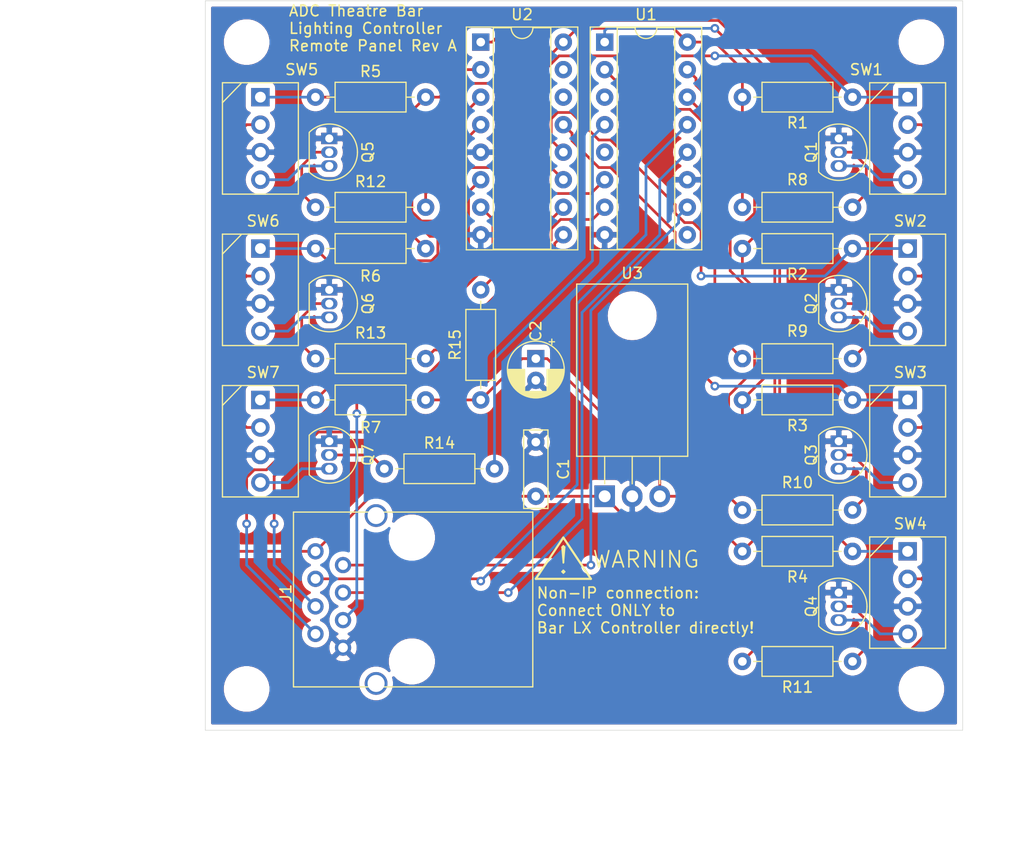
<source format=kicad_pcb>
(kicad_pcb (version 20171130) (host pcbnew "(5.1.4-0-10_14)")
  (layers (0 F.Cu signal) (31 B.Cu signal) (36 B.SilkS user) (37 F.SilkS user) (38 B.Mask user) (39 F.Mask user) (44 Edge.Cuts user))
  (net 0 "")
  (net 1 +12V)
  (net 2 GND)
  (net 3 +3V3)
  (net 4 "Net-(J1-Pad2)")
  (net 5 "Net-(J1-Pad3)")
  (net 6 "Net-(J1-Pad4)")
  (net 7 "Net-(J1-Pad5)")
  (net 8 "Net-(J1-Pad6)")
  (net 9 "Net-(J1-Pad7)")
  (net 10 "Net-(Q1-Pad3)")
  (net 11 /LED_1)
  (net 12 /LED_2)
  (net 13 "Net-(Q2-Pad3)")
  (net 14 /LED_3)
  (net 15 "Net-(Q3-Pad3)")
  (net 16 "Net-(Q4-Pad3)")
  (net 17 /LED_4)
  (net 18 /LED_5)
  (net 19 "Net-(Q5-Pad3)")
  (net 20 "Net-(Q6-Pad3)")
  (net 21 /LED_6)
  (net 22 /LED_7)
  (net 23 "Net-(Q7-Pad3)")
  (net 24 /SW_1)
  (net 25 /SW_2)
  (net 26 /SW_3)
  (net 27 /SW_4)
  (net 28 /SW_5)
  (net 29 /SW_6)
  (net 30 /SW_7)
  (net 31 "Net-(R8-Pad2)")
  (net 32 "Net-(R9-Pad2)")
  (net 33 "Net-(R10-Pad2)")
  (net 34 "Net-(R11-Pad2)")
  (net 35 "Net-(R12-Pad2)")
  (net 36 "Net-(R13-Pad2)")
  (net 37 "Net-(R15-Pad2)")
  (net 38 "Net-(U1-Pad9)")
  (net 39 "Net-(U1-Pad3)")
  (net 40 "Net-(U1-Pad5)")
  (net 41 "Net-(U2-Pad15)")
  (net 42 "Net-(U2-Pad14)")
  (net 43 "Net-(R14-Pad2)")
  (module Connector_RJ:RJ45_RS_Pro_8_way_RJ45 (layer F.Cu) (at 99.06 104.14 90)
    (fp_text reference J1 (at 5.02 -5.27 90) (layer F.SilkS))
    (fp_text value 8P8C)
    (pad 1 thru_hole circle (at 0 0 90) (size 1.5 1.5) (drill 0.89) (layers *.Cu *.Mask) (net 2 GND))
    (pad 2 thru_hole circle (at 1.27 -2.54 90) (size 1.5 1.5) (drill 0.89) (layers *.Cu *.Mask) (net 4 "Net-(J1-Pad2)"))
    (pad 3 thru_hole circle (at 2.54 0 90) (size 1.5 1.5) (drill 0.89) (layers *.Cu *.Mask) (net 5 "Net-(J1-Pad3)"))
    (pad 4 thru_hole circle (at 3.81 -2.54 90) (size 1.5 1.5) (drill 0.89) (layers *.Cu *.Mask) (net 6 "Net-(J1-Pad4)"))
    (pad 5 thru_hole circle (at 5.08 0 90) (size 1.5 1.5) (drill 0.89) (layers *.Cu *.Mask) (net 7 "Net-(J1-Pad5)"))
    (pad 6 thru_hole circle (at 6.35 -2.54 90) (size 1.5 1.5) (drill 0.89) (layers *.Cu *.Mask) (net 8 "Net-(J1-Pad6)"))
    (pad 7 thru_hole circle (at 7.62 0 90) (size 1.5 1.5) (drill 0.89) (layers *.Cu *.Mask) (net 9 "Net-(J1-Pad7)"))
    (pad 8 thru_hole circle (at 8.89 -2.54 90) (size 1.5 1.5) (drill 0.89) (layers *.Cu *.Mask) (net 1 +12V))
    (pad ~ thru_hole circle (at 12.19 3.05 90) (size 2.1 2.1) (drill 1.57) (layers *.Cu *.Mask))
    (pad ~ thru_hole circle (at -3.3 3.05 90) (size 2.1 2.1) (drill 1.57) (layers *.Cu *.Mask))
    (pad "" np_thru_hole circle (at -1.27 6.35 90) (size 3.25 3.25) (drill 3.25) (layers *.Cu *.Mask))
    (pad "" np_thru_hole circle (at 10.16 6.35 90) (size 3.25 3.25) (drill 3.25) (layers *.Cu *.Mask))
  )
  (module MountingHole:MountingHole_3.2mm_M3 (layer F.Cu) (at 90.17 107.95)
    (fp_text reference REF** hide)
    (fp_text value MountingHole_3.2mm_M3)
    (pad 1 np_thru_hole circle (at 0 0) (size 3.2 3.2) (drill 3.2) (layers *.Cu *.Mask))
  )
  (module MountingHole:MountingHole_3.2mm_M3 (layer F.Cu) (at 152.4 48.26)
    (fp_text reference REF** hide)
    (fp_text value MountingHole_3.2mm_M3)
    (pad 1 np_thru_hole circle (at 0 0) (size 3.2 3.2) (drill 3.2) (layers *.Cu *.Mask))
  )
  (module MountingHole:MountingHole_3.2mm_M3 (layer F.Cu) (at 90.17 48.26)
    (fp_text reference REF** hide)
    (fp_text value MountingHole_3.2mm_M3)
    (pad 1 np_thru_hole circle (at 0 0) (size 3.2 3.2) (drill 3.2) (layers *.Cu *.Mask))
  )
  (module MountingHole:MountingHole_3.2mm_M3 (layer F.Cu) (at 152.4 107.95)
    (fp_text reference REF** hide)
    (fp_text value MountingHole_3.2mm_M3)
    (pad 1 np_thru_hole circle (at 0 0) (size 3.2 3.2) (drill 3.2) (layers *.Cu *.Mask))
  )
  (module Connector_PinHeader_2.54mm:Molex_KK254_1x04Vertical (layer F.Cu) (at 151.13 53.34)
    (fp_text reference SW1 (at -3.81 -2.54) (layer F.SilkS))
    (fp_text value SW_Push)
    (pad 4 thru_hole oval (at 0 7.62) (size 1.7 1.7) (drill 1) (layers *.Cu *.Mask) (net 10 "Net-(Q1-Pad3)"))
    (pad 3 thru_hole oval (at 0 5.08) (size 1.7 1.7) (drill 1) (layers *.Cu *.Mask) (net 2 GND))
    (pad 2 thru_hole oval (at 0 2.54) (size 1.7 1.7) (drill 1) (layers *.Cu *.Mask) (net 1 +12V))
    (pad 1 thru_hole rect (at 0 0) (size 1.7 1.7) (drill 1) (layers *.Cu *.Mask) (net 24 /SW_1))
  )
  (module Connector_PinHeader_2.54mm:Molex_KK254_1x04Vertical (layer F.Cu) (at 151.13 67.31)
    (fp_text reference SW2 (at 0.254 -2.54) (layer F.SilkS))
    (fp_text value SW_Push)
    (pad 4 thru_hole oval (at 0 7.62) (size 1.7 1.7) (drill 1) (layers *.Cu *.Mask) (net 13 "Net-(Q2-Pad3)"))
    (pad 3 thru_hole oval (at 0 5.08) (size 1.7 1.7) (drill 1) (layers *.Cu *.Mask) (net 2 GND))
    (pad 2 thru_hole oval (at 0 2.54) (size 1.7 1.7) (drill 1) (layers *.Cu *.Mask) (net 1 +12V))
    (pad 1 thru_hole rect (at 0 0) (size 1.7 1.7) (drill 1) (layers *.Cu *.Mask) (net 25 /SW_2))
  )
  (module Connector_PinHeader_2.54mm:Molex_KK254_1x04Vertical (layer F.Cu) (at 151.13 81.28)
    (fp_text reference SW3 (at 0.254 -2.54) (layer F.SilkS))
    (fp_text value SW_Push)
    (pad 4 thru_hole oval (at 0 7.62) (size 1.7 1.7) (drill 1) (layers *.Cu *.Mask) (net 15 "Net-(Q3-Pad3)"))
    (pad 3 thru_hole oval (at 0 5.08) (size 1.7 1.7) (drill 1) (layers *.Cu *.Mask) (net 2 GND))
    (pad 2 thru_hole oval (at 0 2.54) (size 1.7 1.7) (drill 1) (layers *.Cu *.Mask) (net 1 +12V))
    (pad 1 thru_hole rect (at 0 0) (size 1.7 1.7) (drill 1) (layers *.Cu *.Mask) (net 26 /SW_3))
  )
  (module Connector_PinHeader_2.54mm:Molex_KK254_1x04Vertical (layer F.Cu) (at 151.13 95.25)
    (fp_text reference SW4 (at 0.254 -2.54) (layer F.SilkS))
    (fp_text value SW_Push)
    (pad 4 thru_hole oval (at 0 7.62) (size 1.7 1.7) (drill 1) (layers *.Cu *.Mask) (net 16 "Net-(Q4-Pad3)"))
    (pad 3 thru_hole oval (at 0 5.08) (size 1.7 1.7) (drill 1) (layers *.Cu *.Mask) (net 2 GND))
    (pad 2 thru_hole oval (at 0 2.54) (size 1.7 1.7) (drill 1) (layers *.Cu *.Mask) (net 1 +12V))
    (pad 1 thru_hole rect (at 0 0) (size 1.7 1.7) (drill 1) (layers *.Cu *.Mask) (net 27 /SW_4))
  )
  (module Connector_PinHeader_2.54mm:Molex_KK254_1x04Vertical (layer F.Cu) (at 91.44 53.34)
    (fp_text reference SW5 (at 3.81 -2.54) (layer F.SilkS))
    (fp_text value SW_Push)
    (pad 4 thru_hole oval (at 0 7.62) (size 1.7 1.7) (drill 1) (layers *.Cu *.Mask) (net 19 "Net-(Q5-Pad3)"))
    (pad 3 thru_hole oval (at 0 5.08) (size 1.7 1.7) (drill 1) (layers *.Cu *.Mask) (net 2 GND))
    (pad 2 thru_hole oval (at 0 2.54) (size 1.7 1.7) (drill 1) (layers *.Cu *.Mask) (net 1 +12V))
    (pad 1 thru_hole rect (at 0 0) (size 1.7 1.7) (drill 1) (layers *.Cu *.Mask) (net 28 /SW_5))
  )
  (module Connector_PinHeader_2.54mm:Molex_KK254_1x04Vertical (layer F.Cu) (at 91.44 67.31)
    (fp_text reference SW6 (at 0.254 -2.54) (layer F.SilkS))
    (fp_text value SW_Push)
    (pad 4 thru_hole oval (at 0 7.62) (size 1.7 1.7) (drill 1) (layers *.Cu *.Mask) (net 20 "Net-(Q6-Pad3)"))
    (pad 3 thru_hole oval (at 0 5.08) (size 1.7 1.7) (drill 1) (layers *.Cu *.Mask) (net 2 GND))
    (pad 2 thru_hole oval (at 0 2.54) (size 1.7 1.7) (drill 1) (layers *.Cu *.Mask) (net 1 +12V))
    (pad 1 thru_hole rect (at 0 0) (size 1.7 1.7) (drill 1) (layers *.Cu *.Mask) (net 29 /SW_6))
  )
  (module Connector_PinHeader_2.54mm:Molex_KK254_1x04Vertical (layer F.Cu) (at 91.44 81.28)
    (fp_text reference SW7 (at 0.254 -2.54) (layer F.SilkS))
    (fp_text value SW_Push)
    (pad 4 thru_hole oval (at 0 7.62) (size 1.7 1.7) (drill 1) (layers *.Cu *.Mask) (net 23 "Net-(Q7-Pad3)"))
    (pad 3 thru_hole oval (at 0 5.08) (size 1.7 1.7) (drill 1) (layers *.Cu *.Mask) (net 2 GND))
    (pad 2 thru_hole oval (at 0 2.54) (size 1.7 1.7) (drill 1) (layers *.Cu *.Mask) (net 1 +12V))
    (pad 1 thru_hole rect (at 0 0) (size 1.7 1.7) (drill 1) (layers *.Cu *.Mask) (net 30 /SW_7))
  )
  (module Package_TO_SOT_THT:TO-92_Inline (layer F.Cu) (at 97.79 85.09 270)
    (fp_text reference Q7 (at 1.27 -3.56 90) (layer F.SilkS))
    (fp_text value KSP43BU)
    (pad 2 thru_hole oval (at 1.27 0 270) (size 1.05 1.5) (drill 0.75) (layers *.Cu *.Mask) (net 22 /LED_7))
    (pad 3 thru_hole oval (at 2.54 0 270) (size 1.05 1.5) (drill 0.75) (layers *.Cu *.Mask) (net 23 "Net-(Q7-Pad3)"))
    (pad 1 thru_hole rect (at 0 0 270) (size 1.05 1.5) (drill 0.75) (layers *.Cu *.Mask) (net 2 GND))
  )
  (module Resistor_THT:R_Axial_DIN0207_L6.3mm_D2.5mm_P10.16mm_Horizontal (layer F.Cu) (at 146.05 77.47 180)
    (fp_text reference R9 (at 5.08 2.54) (layer F.SilkS))
    (fp_text value 4.7K)
    (pad 2 thru_hole oval (at 10.16 0 180) (size 1.6 1.6) (drill 0.8) (layers *.Cu *.Mask) (net 32 "Net-(R9-Pad2)"))
    (pad 1 thru_hole circle (at 0 0 180) (size 1.6 1.6) (drill 0.8) (layers *.Cu *.Mask) (net 12 /LED_2))
  )
  (module Capacitor_THT:C_Rect_L7.0mm_W2.0mm_P5.00mm (layer F.Cu) (at 116.84 90.17 90)
    (fp_text reference C1 (at 2.5 2.54 90) (layer F.SilkS))
    (fp_text value 100nF)
    (pad 1 thru_hole circle (at 0 0 90) (size 1.6 1.6) (drill 0.8) (layers *.Cu *.Mask) (net 1 +12V))
    (pad 2 thru_hole circle (at 5 0 90) (size 1.6 1.6) (drill 0.8) (layers *.Cu *.Mask) (net 2 GND))
  )
  (module Capacitor_THT:CP_Radial_D5.0mm_P2.00mm (layer F.Cu) (at 116.84 77.47 270)
    (fp_text reference C2 (at -2.54 0 90) (layer F.SilkS))
    (fp_text value 10uF)
    (pad 1 thru_hole rect (at 0 0 270) (size 1.6 1.6) (drill 0.8) (layers *.Cu *.Mask) (net 3 +3V3))
    (pad 2 thru_hole circle (at 2 0 270) (size 1.6 1.6) (drill 0.8) (layers *.Cu *.Mask) (net 2 GND))
  )
  (module Package_TO_SOT_THT:TO-92_Inline (layer F.Cu) (at 144.78 57.15 270)
    (fp_text reference Q1 (at 1.27 2.54 90) (layer F.SilkS))
    (fp_text value KSP43BU)
    (pad 2 thru_hole oval (at 1.27 0 270) (size 1.05 1.5) (drill 0.75) (layers *.Cu *.Mask) (net 11 /LED_1))
    (pad 3 thru_hole oval (at 2.54 0 270) (size 1.05 1.5) (drill 0.75) (layers *.Cu *.Mask) (net 10 "Net-(Q1-Pad3)"))
    (pad 1 thru_hole rect (at 0 0 270) (size 1.05 1.5) (drill 0.75) (layers *.Cu *.Mask) (net 2 GND))
  )
  (module Package_TO_SOT_THT:TO-92_Inline (layer F.Cu) (at 144.78 71.12 270)
    (fp_text reference Q2 (at 1.27 2.54 90) (layer F.SilkS))
    (fp_text value KSP43BU)
    (pad 1 thru_hole rect (at 0 0 270) (size 1.05 1.5) (drill 0.75) (layers *.Cu *.Mask) (net 2 GND))
    (pad 3 thru_hole oval (at 2.54 0 270) (size 1.05 1.5) (drill 0.75) (layers *.Cu *.Mask) (net 13 "Net-(Q2-Pad3)"))
    (pad 2 thru_hole oval (at 1.27 0 270) (size 1.05 1.5) (drill 0.75) (layers *.Cu *.Mask) (net 12 /LED_2))
  )
  (module Package_TO_SOT_THT:TO-92_Inline (layer F.Cu) (at 144.78 85.09 270)
    (fp_text reference Q3 (at 1.27 2.54 90) (layer F.SilkS))
    (fp_text value KSP43BU)
    (pad 1 thru_hole rect (at 0 0 270) (size 1.05 1.5) (drill 0.75) (layers *.Cu *.Mask) (net 2 GND))
    (pad 3 thru_hole oval (at 2.54 0 270) (size 1.05 1.5) (drill 0.75) (layers *.Cu *.Mask) (net 15 "Net-(Q3-Pad3)"))
    (pad 2 thru_hole oval (at 1.27 0 270) (size 1.05 1.5) (drill 0.75) (layers *.Cu *.Mask) (net 14 /LED_3))
  )
  (module Package_TO_SOT_THT:TO-92_Inline (layer F.Cu) (at 144.78 99.06 270)
    (fp_text reference Q4 (at 1.27 2.54 90) (layer F.SilkS))
    (fp_text value KSP43BU)
    (pad 2 thru_hole oval (at 1.27 0 270) (size 1.05 1.5) (drill 0.75) (layers *.Cu *.Mask) (net 17 /LED_4))
    (pad 3 thru_hole oval (at 2.54 0 270) (size 1.05 1.5) (drill 0.75) (layers *.Cu *.Mask) (net 16 "Net-(Q4-Pad3)"))
    (pad 1 thru_hole rect (at 0 0 270) (size 1.05 1.5) (drill 0.75) (layers *.Cu *.Mask) (net 2 GND))
  )
  (module Package_TO_SOT_THT:TO-92_Inline (layer F.Cu) (at 97.79 57.15 270)
    (fp_text reference Q5 (at 1.27 -3.56 90) (layer F.SilkS))
    (fp_text value KSP43BU)
    (pad 2 thru_hole oval (at 1.27 0 270) (size 1.05 1.5) (drill 0.75) (layers *.Cu *.Mask) (net 18 /LED_5))
    (pad 3 thru_hole oval (at 2.54 0 270) (size 1.05 1.5) (drill 0.75) (layers *.Cu *.Mask) (net 19 "Net-(Q5-Pad3)"))
    (pad 1 thru_hole rect (at 0 0 270) (size 1.05 1.5) (drill 0.75) (layers *.Cu *.Mask) (net 2 GND))
  )
  (module Package_TO_SOT_THT:TO-92_Inline (layer F.Cu) (at 97.79 71.12 270)
    (fp_text reference Q6 (at 1.27 -3.56 90) (layer F.SilkS))
    (fp_text value KSP43BU)
    (pad 1 thru_hole rect (at 0 0 270) (size 1.05 1.5) (drill 0.75) (layers *.Cu *.Mask) (net 2 GND))
    (pad 3 thru_hole oval (at 2.54 0 270) (size 1.05 1.5) (drill 0.75) (layers *.Cu *.Mask) (net 20 "Net-(Q6-Pad3)"))
    (pad 2 thru_hole oval (at 1.27 0 270) (size 1.05 1.5) (drill 0.75) (layers *.Cu *.Mask) (net 21 /LED_6))
  )
  (module Resistor_THT:R_Axial_DIN0207_L6.3mm_D2.5mm_P10.16mm_Horizontal (layer F.Cu) (at 146.05 53.34 180)
    (fp_text reference R1 (at 5.08 -2.37) (layer F.SilkS))
    (fp_text value 4.7K)
    (pad 2 thru_hole oval (at 10.16 0 180) (size 1.6 1.6) (drill 0.8) (layers *.Cu *.Mask) (net 3 +3V3))
    (pad 1 thru_hole circle (at 0 0 180) (size 1.6 1.6) (drill 0.8) (layers *.Cu *.Mask) (net 24 /SW_1))
  )
  (module Resistor_THT:R_Axial_DIN0207_L6.3mm_D2.5mm_P10.16mm_Horizontal (layer F.Cu) (at 146.05 67.31 180)
    (fp_text reference R2 (at 5.08 -2.37) (layer F.SilkS))
    (fp_text value 4.7K)
    (pad 1 thru_hole circle (at 0 0 180) (size 1.6 1.6) (drill 0.8) (layers *.Cu *.Mask) (net 25 /SW_2))
    (pad 2 thru_hole oval (at 10.16 0 180) (size 1.6 1.6) (drill 0.8) (layers *.Cu *.Mask) (net 3 +3V3))
  )
  (module Resistor_THT:R_Axial_DIN0207_L6.3mm_D2.5mm_P10.16mm_Horizontal (layer F.Cu) (at 146.05 81.28 180)
    (fp_text reference R3 (at 5.08 -2.37) (layer F.SilkS))
    (fp_text value 4.7K)
    (pad 1 thru_hole circle (at 0 0 180) (size 1.6 1.6) (drill 0.8) (layers *.Cu *.Mask) (net 26 /SW_3))
    (pad 2 thru_hole oval (at 10.16 0 180) (size 1.6 1.6) (drill 0.8) (layers *.Cu *.Mask) (net 3 +3V3))
  )
  (module Resistor_THT:R_Axial_DIN0207_L6.3mm_D2.5mm_P10.16mm_Horizontal (layer F.Cu) (at 146.05 95.25 180)
    (fp_text reference R4 (at 5.08 -2.37) (layer F.SilkS))
    (fp_text value 4.7K)
    (pad 2 thru_hole oval (at 10.16 0 180) (size 1.6 1.6) (drill 0.8) (layers *.Cu *.Mask) (net 3 +3V3))
    (pad 1 thru_hole circle (at 0 0 180) (size 1.6 1.6) (drill 0.8) (layers *.Cu *.Mask) (net 27 /SW_4))
  )
  (module Resistor_THT:R_Axial_DIN0207_L6.3mm_D2.5mm_P10.16mm_Horizontal (layer F.Cu) (at 96.52 53.34)
    (fp_text reference R5 (at 5.08 -2.37) (layer F.SilkS))
    (fp_text value 4.7K)
    (pad 1 thru_hole circle (at 0 0) (size 1.6 1.6) (drill 0.8) (layers *.Cu *.Mask) (net 28 /SW_5))
    (pad 2 thru_hole oval (at 10.16 0) (size 1.6 1.6) (drill 0.8) (layers *.Cu *.Mask) (net 3 +3V3))
  )
  (module Resistor_THT:R_Axial_DIN0207_L6.3mm_D2.5mm_P10.16mm_Horizontal (layer F.Cu) (at 96.52 67.31)
    (fp_text reference R6 (at 5.08 2.54) (layer F.SilkS))
    (fp_text value 4.7K)
    (pad 2 thru_hole oval (at 10.16 0) (size 1.6 1.6) (drill 0.8) (layers *.Cu *.Mask) (net 3 +3V3))
    (pad 1 thru_hole circle (at 0 0) (size 1.6 1.6) (drill 0.8) (layers *.Cu *.Mask) (net 29 /SW_6))
  )
  (module Resistor_THT:R_Axial_DIN0207_L6.3mm_D2.5mm_P10.16mm_Horizontal (layer F.Cu) (at 96.52 81.28)
    (fp_text reference R7 (at 5.08 2.54) (layer F.SilkS))
    (fp_text value 4.7K)
    (pad 2 thru_hole oval (at 10.16 0) (size 1.6 1.6) (drill 0.8) (layers *.Cu *.Mask) (net 3 +3V3))
    (pad 1 thru_hole circle (at 0 0) (size 1.6 1.6) (drill 0.8) (layers *.Cu *.Mask) (net 30 /SW_7))
  )
  (module Resistor_THT:R_Axial_DIN0207_L6.3mm_D2.5mm_P10.16mm_Horizontal (layer F.Cu) (at 146.05 63.5 180)
    (fp_text reference R8 (at 5.08 2.54) (layer F.SilkS))
    (fp_text value 4.7K)
    (pad 1 thru_hole circle (at 0 0 180) (size 1.6 1.6) (drill 0.8) (layers *.Cu *.Mask) (net 11 /LED_1))
    (pad 2 thru_hole oval (at 10.16 0 180) (size 1.6 1.6) (drill 0.8) (layers *.Cu *.Mask) (net 31 "Net-(R8-Pad2)"))
  )
  (module Resistor_THT:R_Axial_DIN0207_L6.3mm_D2.5mm_P10.16mm_Horizontal (layer F.Cu) (at 146.05 91.44 180)
    (fp_text reference R10 (at 5.08 2.54) (layer F.SilkS))
    (fp_text value 4.7K)
    (pad 1 thru_hole circle (at 0 0 180) (size 1.6 1.6) (drill 0.8) (layers *.Cu *.Mask) (net 14 /LED_3))
    (pad 2 thru_hole oval (at 10.16 0 180) (size 1.6 1.6) (drill 0.8) (layers *.Cu *.Mask) (net 33 "Net-(R10-Pad2)"))
  )
  (module Resistor_THT:R_Axial_DIN0207_L6.3mm_D2.5mm_P10.16mm_Horizontal (layer F.Cu) (at 146.05 105.41 180)
    (fp_text reference R11 (at 5.08 -2.37) (layer F.SilkS))
    (fp_text value 4.7K)
    (pad 2 thru_hole oval (at 10.16 0 180) (size 1.6 1.6) (drill 0.8) (layers *.Cu *.Mask) (net 34 "Net-(R11-Pad2)"))
    (pad 1 thru_hole circle (at 0 0 180) (size 1.6 1.6) (drill 0.8) (layers *.Cu *.Mask) (net 17 /LED_4))
  )
  (module Resistor_THT:R_Axial_DIN0207_L6.3mm_D2.5mm_P10.16mm_Horizontal (layer F.Cu) (at 96.52 63.5)
    (fp_text reference R12 (at 5.08 -2.37) (layer F.SilkS))
    (fp_text value 4.7K)
    (pad 1 thru_hole circle (at 0 0) (size 1.6 1.6) (drill 0.8) (layers *.Cu *.Mask) (net 18 /LED_5))
    (pad 2 thru_hole oval (at 10.16 0) (size 1.6 1.6) (drill 0.8) (layers *.Cu *.Mask) (net 35 "Net-(R12-Pad2)"))
  )
  (module Resistor_THT:R_Axial_DIN0207_L6.3mm_D2.5mm_P10.16mm_Horizontal (layer F.Cu) (at 96.52 77.47)
    (fp_text reference R13 (at 5.08 -2.37) (layer F.SilkS))
    (fp_text value 4.7K)
    (pad 2 thru_hole oval (at 10.16 0) (size 1.6 1.6) (drill 0.8) (layers *.Cu *.Mask) (net 36 "Net-(R13-Pad2)"))
    (pad 1 thru_hole circle (at 0 0) (size 1.6 1.6) (drill 0.8) (layers *.Cu *.Mask) (net 21 /LED_6))
  )
  (module Resistor_THT:R_Axial_DIN0207_L6.3mm_D2.5mm_P10.16mm_Horizontal (layer F.Cu) (at 102.87 87.63)
    (fp_text reference R14 (at 5.08 -2.37) (layer F.SilkS))
    (fp_text value 4.7K)
    (pad 1 thru_hole circle (at 0 0) (size 1.6 1.6) (drill 0.8) (layers *.Cu *.Mask) (net 22 /LED_7))
    (pad 2 thru_hole oval (at 10.16 0) (size 1.6 1.6) (drill 0.8) (layers *.Cu *.Mask) (net 43 "Net-(R14-Pad2)"))
  )
  (module Resistor_THT:R_Axial_DIN0207_L6.3mm_D2.5mm_P10.16mm_Horizontal (layer F.Cu) (at 111.76 81.28 90)
    (fp_text reference R15 (at 5.08 -2.37 90) (layer F.SilkS))
    (fp_text value 4.7K)
    (pad 1 thru_hole circle (at 0 0 90) (size 1.6 1.6) (drill 0.8) (layers *.Cu *.Mask) (net 3 +3V3))
    (pad 2 thru_hole oval (at 10.16 0 90) (size 1.6 1.6) (drill 0.8) (layers *.Cu *.Mask) (net 37 "Net-(R15-Pad2)"))
  )
  (module Package_DIP:DIP-16_W7.62mm_Socket (layer F.Cu) (at 123.19 48.26)
    (fp_text reference U1 (at 3.81 -2.54) (layer F.SilkS))
    (fp_text value CD4028BEE4)
    (pad 1 thru_hole rect (at 0 0) (size 1.6 1.6) (drill 0.8) (layers *.Cu *.Mask) (net 34 "Net-(R11-Pad2)"))
    (pad 9 thru_hole oval (at 7.62 17.78) (size 1.6 1.6) (drill 0.8) (layers *.Cu *.Mask) (net 38 "Net-(U1-Pad9)"))
    (pad 2 thru_hole oval (at 0 2.54) (size 1.6 1.6) (drill 0.8) (layers *.Cu *.Mask) (net 32 "Net-(R9-Pad2)"))
    (pad 10 thru_hole oval (at 7.62 15.24) (size 1.6 1.6) (drill 0.8) (layers *.Cu *.Mask) (net 9 "Net-(J1-Pad7)"))
    (pad 3 thru_hole oval (at 0 5.08) (size 1.6 1.6) (drill 0.8) (layers *.Cu *.Mask) (net 39 "Net-(U1-Pad3)"))
    (pad 11 thru_hole oval (at 7.62 12.7) (size 1.6 1.6) (drill 0.8) (layers *.Cu *.Mask) (net 2 GND))
    (pad 4 thru_hole oval (at 0 7.62) (size 1.6 1.6) (drill 0.8) (layers *.Cu *.Mask) (net 43 "Net-(R14-Pad2)"))
    (pad 12 thru_hole oval (at 7.62 10.16) (size 1.6 1.6) (drill 0.8) (layers *.Cu *.Mask) (net 7 "Net-(J1-Pad5)"))
    (pad 5 thru_hole oval (at 0 10.16) (size 1.6 1.6) (drill 0.8) (layers *.Cu *.Mask) (net 40 "Net-(U1-Pad5)"))
    (pad 13 thru_hole oval (at 7.62 7.62) (size 1.6 1.6) (drill 0.8) (layers *.Cu *.Mask) (net 8 "Net-(J1-Pad6)"))
    (pad 6 thru_hole oval (at 0 12.7) (size 1.6 1.6) (drill 0.8) (layers *.Cu *.Mask) (net 35 "Net-(R12-Pad2)"))
    (pad 14 thru_hole oval (at 7.62 5.08) (size 1.6 1.6) (drill 0.8) (layers *.Cu *.Mask) (net 31 "Net-(R8-Pad2)"))
    (pad 7 thru_hole oval (at 0 15.24) (size 1.6 1.6) (drill 0.8) (layers *.Cu *.Mask) (net 36 "Net-(R13-Pad2)"))
    (pad 15 thru_hole oval (at 7.62 2.54) (size 1.6 1.6) (drill 0.8) (layers *.Cu *.Mask) (net 33 "Net-(R10-Pad2)"))
    (pad 8 thru_hole oval (at 0 17.78) (size 1.6 1.6) (drill 0.8) (layers *.Cu *.Mask) (net 2 GND))
    (pad 16 thru_hole oval (at 7.62 0) (size 1.6 1.6) (drill 0.8) (layers *.Cu *.Mask) (net 3 +3V3))
  )
  (module Package_DIP:DIP-16_W7.62mm_Socket (layer F.Cu) (at 111.76 48.26)
    (fp_text reference U2 (at 3.81 -2.54) (layer F.SilkS))
    (fp_text value SN74HC148)
    (pad 16 thru_hole oval (at 7.62 0) (size 1.6 1.6) (drill 0.8) (layers *.Cu *.Mask) (net 3 +3V3))
    (pad 8 thru_hole oval (at 0 17.78) (size 1.6 1.6) (drill 0.8) (layers *.Cu *.Mask) (net 2 GND))
    (pad 15 thru_hole oval (at 7.62 2.54) (size 1.6 1.6) (drill 0.8) (layers *.Cu *.Mask) (net 41 "Net-(U2-Pad15)"))
    (pad 7 thru_hole oval (at 0 15.24) (size 1.6 1.6) (drill 0.8) (layers *.Cu *.Mask) (net 5 "Net-(J1-Pad3)"))
    (pad 14 thru_hole oval (at 7.62 5.08) (size 1.6 1.6) (drill 0.8) (layers *.Cu *.Mask) (net 42 "Net-(U2-Pad14)"))
    (pad 6 thru_hole oval (at 0 12.7) (size 1.6 1.6) (drill 0.8) (layers *.Cu *.Mask) (net 4 "Net-(J1-Pad2)"))
    (pad 13 thru_hole oval (at 7.62 7.62) (size 1.6 1.6) (drill 0.8) (layers *.Cu *.Mask) (net 26 /SW_3))
    (pad 5 thru_hole oval (at 0 10.16) (size 1.6 1.6) (drill 0.8) (layers *.Cu *.Mask) (net 2 GND))
    (pad 12 thru_hole oval (at 7.62 10.16) (size 1.6 1.6) (drill 0.8) (layers *.Cu *.Mask) (net 25 /SW_2))
    (pad 4 thru_hole oval (at 0 7.62) (size 1.6 1.6) (drill 0.8) (layers *.Cu *.Mask) (net 30 /SW_7))
    (pad 11 thru_hole oval (at 7.62 12.7) (size 1.6 1.6) (drill 0.8) (layers *.Cu *.Mask) (net 24 /SW_1))
    (pad 3 thru_hole oval (at 0 5.08) (size 1.6 1.6) (drill 0.8) (layers *.Cu *.Mask) (net 29 /SW_6))
    (pad 10 thru_hole oval (at 7.62 15.24) (size 1.6 1.6) (drill 0.8) (layers *.Cu *.Mask) (net 37 "Net-(R15-Pad2)"))
    (pad 2 thru_hole oval (at 0 2.54) (size 1.6 1.6) (drill 0.8) (layers *.Cu *.Mask) (net 28 /SW_5))
    (pad 9 thru_hole oval (at 7.62 17.78) (size 1.6 1.6) (drill 0.8) (layers *.Cu *.Mask) (net 6 "Net-(J1-Pad4)"))
    (pad 1 thru_hole rect (at 0 0) (size 1.6 1.6) (drill 0.8) (layers *.Cu *.Mask) (net 27 /SW_4))
  )
  (module Package_TO_SOT_THT:TO-220-3_Horizontal_TabDown (layer F.Cu) (at 123.19 90.17)
    (fp_text reference U3 (at 2.54 -20.58) (layer F.SilkS))
    (fp_text value LF33_TO220)
    (pad "" np_thru_hole oval (at 2.54 -16.66) (size 3.5 3.5) (drill 3.5) (layers *.Cu *.Mask))
    (pad 1 thru_hole rect (at 0 0) (size 1.905 2) (drill 1.1) (layers *.Cu *.Mask) (net 1 +12V))
    (pad 2 thru_hole oval (at 2.54 0) (size 1.905 2) (drill 1.1) (layers *.Cu *.Mask) (net 2 GND))
    (pad 3 thru_hole oval (at 5.08 0) (size 1.905 2) (drill 1.1) (layers *.Cu *.Mask) (net 3 +3V3))
  )
  (gr_line (start 121.92 97.79) (end 116.84 97.79) (layer F.SilkS) (width 0.2))
  (gr_line (start 119.38 93.98) (end 121.92 97.79) (layer F.SilkS) (width 0.2))
  (gr_line (start 116.84 97.79) (end 119.38 93.98) (layer F.SilkS) (width 0.2))
  (gr_text WARNING (at 127 96) (layer F.SilkS) (effects (font (size 1.5 1.5))))
  (gr_text ! (at 119.38 96.1) (layer F.SilkS) (effects (font (size 2.5 2.5))))
  (gr_text "ADC Theatre Bar \nLighting Controller\nRemote Panel Rev A" (at 93.98 46.99) (layer F.SilkS) (effects (font (size 1 1)) (justify left)))
  (gr_text "Non-IP connection:\nConnect ONLY to \nBar LX Controller directly!\n" (at 116.84 100.7) (layer F.SilkS) (effects (font (size 1 1)) (justify left)))
  (gr_line (start 86.36 111.76) (end 86.36 44.45) (layer Edge.Cuts) (width 0.05))
  (gr_line (start 156.21 111.76) (end 86.36 111.76) (layer Edge.Cuts) (width 0.05))
  (gr_line (start 156.21 44.45) (end 156.21 111.76) (layer Edge.Cuts) (width 0.05))
  (gr_line (start 86.36 44.45) (end 156.21 44.45) (layer Edge.Cuts) (width 0.05))
  (segment (start 152.4 69.85) (end 151.13 69.85) (width 0.25) (layer F.Cu) (net 1))
  (segment (start 153.67 57.15) (end 153.67 68.58) (width 0.25) (layer F.Cu) (net 1))
  (segment (start 152.4 55.88) (end 153.67 57.15) (width 0.25) (layer F.Cu) (net 1))
  (segment (start 153.67 68.58) (end 152.4 69.85) (width 0.25) (layer F.Cu) (net 1))
  (segment (start 151.13 55.88) (end 152.4 55.88) (width 0.25) (layer F.Cu) (net 1))
  (segment (start 152.4 69.85) (end 153.67 71.12) (width 0.25) (layer F.Cu) (net 1))
  (segment (start 153.67 71.12) (end 153.67 82.55) (width 0.25) (layer F.Cu) (net 1))
  (segment (start 153.67 82.55) (end 152.4 83.82) (width 0.25) (layer F.Cu) (net 1))
  (segment (start 152.4 83.82) (end 151.13 83.82) (width 0.25) (layer F.Cu) (net 1))
  (segment (start 152.4 83.82) (end 153.67 85.09) (width 0.25) (layer F.Cu) (net 1))
  (segment (start 153.67 85.09) (end 153.67 96.52) (width 0.25) (layer F.Cu) (net 1))
  (segment (start 153.67 96.52) (end 152.4 97.79) (width 0.25) (layer F.Cu) (net 1))
  (segment (start 152.4 97.79) (end 151.13 97.79) (width 0.25) (layer F.Cu) (net 1))
  (segment (start 91.44 83.82) (end 90.17 83.82) (width 0.25) (layer F.Cu) (net 1))
  (segment (start 90.17 83.82) (end 88.9 82.55) (width 0.25) (layer F.Cu) (net 1))
  (segment (start 88.9 82.55) (end 88.9 71.12) (width 0.25) (layer F.Cu) (net 1))
  (segment (start 88.9 71.12) (end 90.17 69.85) (width 0.25) (layer F.Cu) (net 1))
  (segment (start 91.44 69.85) (end 90.17 69.85) (width 0.25) (layer F.Cu) (net 1))
  (segment (start 90.17 69.85) (end 88.9 68.58) (width 0.25) (layer F.Cu) (net 1))
  (segment (start 88.9 68.58) (end 88.9 57.15) (width 0.25) (layer F.Cu) (net 1))
  (segment (start 88.9 57.15) (end 90.17 55.88) (width 0.25) (layer F.Cu) (net 1))
  (segment (start 90.17 55.88) (end 91.44 55.88) (width 0.25) (layer F.Cu) (net 1))
  (segment (start 90.17 95.25) (end 88.9 95.25) (width 0.25) (layer F.Cu) (net 1))
  (segment (start 88.9 82.55) (end 88.9 95.25) (width 0.25) (layer F.Cu) (net 1))
  (segment (start 123.19 90.17) (end 116.84 90.17) (width 0.25) (layer F.Cu) (net 1))
  (segment (start 152.4 97.79) (end 153.67 99.06) (width 0.25) (layer F.Cu) (net 1))
  (segment (start 134.62 109.22) (end 133.35 107.95) (width 0.25) (layer F.Cu) (net 1))
  (segment (start 133.35 107.95) (end 133.35 96.52) (width 0.25) (layer F.Cu) (net 1))
  (segment (start 133.35 96.52) (end 129.54 92.71) (width 0.25) (layer F.Cu) (net 1))
  (segment (start 123.19 90.2175) (end 123.19 90.17) (width 0.25) (layer F.Cu) (net 1))
  (segment (start 125.6825 92.71) (end 123.19 90.2175) (width 0.25) (layer F.Cu) (net 1))
  (segment (start 129.54 92.71) (end 125.6825 92.71) (width 0.25) (layer F.Cu) (net 1))
  (segment (start 153.67 102.069002) (end 146.519002 109.22) (width 0.25) (layer F.Cu) (net 1))
  (segment (start 153.67 99.06) (end 153.67 102.069002) (width 0.25) (layer F.Cu) (net 1))
  (segment (start 146.519002 109.22) (end 134.62 109.22) (width 0.25) (layer F.Cu) (net 1))
  (segment (start 101.6 90.17) (end 96.52 95.25) (width 0.25) (layer F.Cu) (net 1))
  (segment (start 116.84 90.17) (end 101.6 90.17) (width 0.25) (layer F.Cu) (net 1))
  (segment (start 90.17 95.25) (end 96.52 95.25) (width 0.25) (layer F.Cu) (net 1))
  (segment (start 130.81 90.17) (end 135.89 95.25) (width 0.25) (layer F.Cu) (net 3))
  (segment (start 128.27 90.17) (end 130.81 90.17) (width 0.25) (layer F.Cu) (net 3))
  (segment (start 135.89 95.25) (end 138.43 92.71) (width 0.25) (layer F.Cu) (net 3))
  (segment (start 138.43 92.71) (end 138.43 86.36) (width 0.25) (layer F.Cu) (net 3))
  (segment (start 138.43 86.36) (end 135.89 83.82) (width 0.25) (layer F.Cu) (net 3))
  (segment (start 135.89 83.82) (end 135.89 81.28) (width 0.25) (layer F.Cu) (net 3))
  (segment (start 135.89 81.28) (end 138.43 78.74) (width 0.25) (layer F.Cu) (net 3))
  (segment (start 135.89 67.31) (end 135.89 69.85) (width 0.25) (layer F.Cu) (net 3))
  (segment (start 135.89 69.85) (end 138.43 72.39) (width 0.25) (layer F.Cu) (net 3))
  (segment (start 138.43 72.39) (end 138.43 78.74) (width 0.25) (layer F.Cu) (net 3))
  (segment (start 128.27 88.92) (end 128.27 90.17) (width 0.25) (layer F.Cu) (net 3))
  (segment (start 128.27 87.85) (end 128.27 88.92) (width 0.25) (layer F.Cu) (net 3))
  (segment (start 117.89 77.47) (end 128.27 87.85) (width 0.25) (layer F.Cu) (net 3))
  (segment (start 116.84 77.47) (end 117.89 77.47) (width 0.25) (layer F.Cu) (net 3))
  (segment (start 115.57 77.47) (end 111.76 81.28) (width 0.25) (layer F.Cu) (net 3))
  (segment (start 116.84 77.47) (end 115.57 77.47) (width 0.25) (layer F.Cu) (net 3))
  (segment (start 106.68 81.28) (end 111.76 81.28) (width 0.25) (layer F.Cu) (net 3))
  (segment (start 135.89 53.34) (end 135.89 55.88) (width 0.25) (layer F.Cu) (net 3))
  (segment (start 135.89 55.88) (end 138.43 58.42) (width 0.25) (layer F.Cu) (net 3))
  (segment (start 138.43 58.42) (end 138.43 64.77) (width 0.25) (layer F.Cu) (net 3))
  (segment (start 138.43 64.77) (end 135.89 67.31) (width 0.25) (layer F.Cu) (net 3))
  (segment (start 130.81 48.26) (end 133.35 48.26) (width 0.25) (layer F.Cu) (net 3))
  (segment (start 135.89 50.8) (end 135.89 53.34) (width 0.25) (layer F.Cu) (net 3))
  (segment (start 133.35 48.26) (end 135.89 50.8) (width 0.25) (layer F.Cu) (net 3))
  (segment (start 106.68 53.34) (end 107.95 53.34) (width 0.25) (layer F.Cu) (net 3))
  (segment (start 107.95 53.34) (end 109.22 52.07) (width 0.25) (layer F.Cu) (net 3))
  (segment (start 115.57 52.07) (end 119.38 48.26) (width 0.25) (layer F.Cu) (net 3))
  (segment (start 109.22 52.07) (end 115.57 52.07) (width 0.25) (layer F.Cu) (net 3))
  (segment (start 129.54 46.99) (end 130.81 48.26) (width 0.25) (layer F.Cu) (net 3))
  (segment (start 120.65 46.99) (end 129.54 46.99) (width 0.25) (layer F.Cu) (net 3))
  (segment (start 119.38 48.26) (end 120.65 46.99) (width 0.25) (layer F.Cu) (net 3))
  (segment (start 106.68 67.31) (end 104.14 64.77) (width 0.25) (layer F.Cu) (net 3))
  (segment (start 104.14 55.88) (end 106.68 53.34) (width 0.25) (layer F.Cu) (net 3))
  (segment (start 104.14 64.77) (end 104.14 55.88) (width 0.25) (layer F.Cu) (net 3))
  (via (at 90.17 92.71) (size 0.8) (drill 0.4) (layers F.Cu B.Cu) (net 4))
  (segment (start 92.004001 87.724999) (end 90.875999 87.724999) (width 0.25) (layer F.Cu) (net 4))
  (segment (start 111.76 60.96) (end 110.634999 62.085001) (width 0.25) (layer F.Cu) (net 4))
  (segment (start 90.875999 87.724999) (end 90.17 88.430998) (width 0.25) (layer F.Cu) (net 4))
  (segment (start 90.17 88.430998) (end 90.17 92.71) (width 0.25) (layer F.Cu) (net 4))
  (segment (start 110.634999 69.094001) (end 92.004001 87.724999) (width 0.25) (layer F.Cu) (net 4))
  (segment (start 110.634999 62.085001) (end 110.634999 69.094001) (width 0.25) (layer F.Cu) (net 4))
  (segment (start 90.17 96.52) (end 96.52 102.87) (width 0.25) (layer B.Cu) (net 4))
  (segment (start 90.17 92.71) (end 90.17 96.52) (width 0.25) (layer B.Cu) (net 4))
  (segment (start 112.885001 68.329997) (end 100.33 80.884998) (width 0.25) (layer F.Cu) (net 5))
  (via (at 100.33 82.55) (size 0.8) (drill 0.4) (layers F.Cu B.Cu) (net 5))
  (segment (start 100.33 80.884998) (end 100.33 82.55) (width 0.25) (layer F.Cu) (net 5))
  (segment (start 112.885001 64.625001) (end 112.885001 68.329997) (width 0.25) (layer F.Cu) (net 5))
  (segment (start 111.76 63.5) (end 112.885001 64.625001) (width 0.25) (layer F.Cu) (net 5))
  (segment (start 100.33 100.33) (end 99.06 101.6) (width 0.25) (layer B.Cu) (net 5))
  (segment (start 100.33 82.55) (end 100.33 100.33) (width 0.25) (layer B.Cu) (net 5))
  (via (at 92.71 92.71) (size 0.8) (drill 0.4) (layers F.Cu B.Cu) (net 6))
  (segment (start 118.580001 66.839999) (end 118.580001 67.235001) (width 0.25) (layer F.Cu) (net 6))
  (segment (start 96.779999 84.239999) (end 92.71 88.309998) (width 0.25) (layer F.Cu) (net 6))
  (segment (start 92.71 88.309998) (end 92.71 92.71) (width 0.25) (layer F.Cu) (net 6))
  (segment (start 118.580001 67.235001) (end 101.575003 84.239999) (width 0.25) (layer F.Cu) (net 6))
  (segment (start 101.575003 84.239999) (end 96.779999 84.239999) (width 0.25) (layer F.Cu) (net 6))
  (segment (start 119.38 66.04) (end 118.580001 66.839999) (width 0.25) (layer F.Cu) (net 6))
  (segment (start 92.71 96.52) (end 96.52 100.33) (width 0.25) (layer B.Cu) (net 6))
  (segment (start 92.71 92.71) (end 92.71 96.52) (width 0.25) (layer B.Cu) (net 6))
  (segment (start 121.10001 92.25999) (end 114.3 99.06) (width 0.25) (layer B.Cu) (net 7))
  (segment (start 121.10001 73.20999) (end 121.10001 92.25999) (width 0.25) (layer B.Cu) (net 7))
  (via (at 114.3 99.06) (size 0.8) (drill 0.4) (layers F.Cu B.Cu) (net 7))
  (segment (start 128.27 66.04) (end 121.10001 73.20999) (width 0.25) (layer B.Cu) (net 7))
  (segment (start 130.81 58.42) (end 128.27 60.96) (width 0.25) (layer B.Cu) (net 7))
  (segment (start 128.27 60.96) (end 128.27 66.04) (width 0.25) (layer B.Cu) (net 7))
  (segment (start 114.3 99.06) (end 99.06 99.06) (width 0.25) (layer F.Cu) (net 7))
  (segment (start 130.81 55.88) (end 127 59.69) (width 0.25) (layer B.Cu) (net 8))
  (segment (start 127 59.69) (end 127 66.04) (width 0.25) (layer B.Cu) (net 8))
  (segment (start 127 66.04) (end 120.65 72.39) (width 0.25) (layer B.Cu) (net 8))
  (via (at 111.76 97.994999) (size 0.8) (drill 0.4) (layers F.Cu B.Cu) (net 8))
  (segment (start 111.964999 97.79) (end 111.76 97.994999) (width 0.25) (layer B.Cu) (net 8))
  (segment (start 120.65 89.104999) (end 111.76 97.994999) (width 0.25) (layer B.Cu) (net 8))
  (segment (start 120.65 72.39) (end 120.65 89.104999) (width 0.25) (layer B.Cu) (net 8))
  (segment (start 111.555001 97.79) (end 111.76 97.994999) (width 0.25) (layer F.Cu) (net 8))
  (segment (start 96.52 97.79) (end 111.555001 97.79) (width 0.25) (layer F.Cu) (net 8))
  (segment (start 121.912499 73.033911) (end 121.912499 96.512499) (width 0.25) (layer B.Cu) (net 9))
  (segment (start 130.010001 64.936409) (end 121.912499 73.033911) (width 0.25) (layer B.Cu) (net 9))
  (segment (start 130.010001 64.299999) (end 130.010001 64.936409) (width 0.25) (layer B.Cu) (net 9))
  (via (at 121.92 96.52) (size 0.8) (drill 0.4) (layers F.Cu B.Cu) (net 9))
  (segment (start 121.912499 96.512499) (end 121.92 96.52) (width 0.25) (layer B.Cu) (net 9))
  (segment (start 130.81 63.5) (end 130.010001 64.299999) (width 0.25) (layer B.Cu) (net 9))
  (segment (start 99.06 96.52) (end 121.92 96.52) (width 0.25) (layer F.Cu) (net 9))
  (segment (start 144.78 59.69) (end 147.32 59.69) (width 0.25) (layer B.Cu) (net 10))
  (segment (start 147.32 59.69) (end 148.59 60.96) (width 0.25) (layer B.Cu) (net 10))
  (segment (start 148.59 60.96) (end 151.13 60.96) (width 0.25) (layer B.Cu) (net 10))
  (segment (start 147.32 59.69) (end 147.32 62.23) (width 0.25) (layer F.Cu) (net 11))
  (segment (start 146.05 58.42) (end 147.32 59.69) (width 0.25) (layer F.Cu) (net 11))
  (segment (start 147.32 62.23) (end 146.05 63.5) (width 0.25) (layer F.Cu) (net 11))
  (segment (start 144.78 58.42) (end 146.05 58.42) (width 0.25) (layer F.Cu) (net 11))
  (segment (start 144.78 72.39) (end 146.05 72.39) (width 0.25) (layer F.Cu) (net 12))
  (segment (start 146.05 72.39) (end 147.32 73.66) (width 0.25) (layer F.Cu) (net 12))
  (segment (start 147.32 73.66) (end 147.32 76.2) (width 0.25) (layer F.Cu) (net 12))
  (segment (start 147.32 76.2) (end 146.05 77.47) (width 0.25) (layer F.Cu) (net 12))
  (segment (start 144.78 73.66) (end 147.32 73.66) (width 0.25) (layer B.Cu) (net 13))
  (segment (start 147.32 73.66) (end 148.59 74.93) (width 0.25) (layer B.Cu) (net 13))
  (segment (start 148.59 74.93) (end 151.13 74.93) (width 0.25) (layer B.Cu) (net 13))
  (segment (start 144.78 86.36) (end 146.05 86.36) (width 0.25) (layer F.Cu) (net 14))
  (segment (start 146.05 86.36) (end 147.32 87.63) (width 0.25) (layer F.Cu) (net 14))
  (segment (start 147.32 87.63) (end 147.32 90.17) (width 0.25) (layer F.Cu) (net 14))
  (segment (start 147.32 90.17) (end 146.05 91.44) (width 0.25) (layer F.Cu) (net 14))
  (segment (start 144.78 87.63) (end 147.32 87.63) (width 0.25) (layer B.Cu) (net 15))
  (segment (start 147.32 87.63) (end 148.59 88.9) (width 0.25) (layer B.Cu) (net 15))
  (segment (start 148.59 88.9) (end 151.13 88.9) (width 0.25) (layer B.Cu) (net 15))
  (segment (start 144.78 101.6) (end 147.32 101.6) (width 0.25) (layer B.Cu) (net 16))
  (segment (start 147.32 101.6) (end 148.59 102.87) (width 0.25) (layer B.Cu) (net 16))
  (segment (start 148.59 102.87) (end 151.13 102.87) (width 0.25) (layer B.Cu) (net 16))
  (segment (start 144.78 100.33) (end 146.05 100.33) (width 0.25) (layer F.Cu) (net 17))
  (segment (start 146.05 100.33) (end 147.32 101.6) (width 0.25) (layer F.Cu) (net 17))
  (segment (start 147.32 101.6) (end 147.32 104.14) (width 0.25) (layer F.Cu) (net 17))
  (segment (start 147.32 104.14) (end 146.05 105.41) (width 0.25) (layer F.Cu) (net 17))
  (segment (start 95.25 59.69) (end 95.25 62.23) (width 0.25) (layer F.Cu) (net 18))
  (segment (start 95.25 62.23) (end 96.52 63.5) (width 0.25) (layer F.Cu) (net 18))
  (segment (start 96.52 58.42) (end 95.25 59.69) (width 0.25) (layer F.Cu) (net 18))
  (segment (start 97.79 58.42) (end 96.52 58.42) (width 0.25) (layer F.Cu) (net 18))
  (segment (start 97.79 59.69) (end 95.25 59.69) (width 0.25) (layer B.Cu) (net 19))
  (segment (start 95.25 59.69) (end 93.98 60.96) (width 0.25) (layer B.Cu) (net 19))
  (segment (start 93.98 60.96) (end 91.44 60.96) (width 0.25) (layer B.Cu) (net 19))
  (segment (start 97.79 73.66) (end 95.25 73.66) (width 0.25) (layer B.Cu) (net 20))
  (segment (start 95.25 73.66) (end 93.98 74.93) (width 0.25) (layer B.Cu) (net 20))
  (segment (start 93.98 74.93) (end 91.44 74.93) (width 0.25) (layer B.Cu) (net 20))
  (segment (start 97.79 72.39) (end 96.52 72.39) (width 0.25) (layer F.Cu) (net 21))
  (segment (start 96.52 72.39) (end 95.25 73.66) (width 0.25) (layer F.Cu) (net 21))
  (segment (start 95.25 73.66) (end 95.25 76.2) (width 0.25) (layer F.Cu) (net 21))
  (segment (start 95.25 76.2) (end 96.52 77.47) (width 0.25) (layer F.Cu) (net 21))
  (segment (start 101.6 86.36) (end 102.87 87.63) (width 0.25) (layer F.Cu) (net 22))
  (segment (start 97.79 86.36) (end 101.6 86.36) (width 0.25) (layer F.Cu) (net 22))
  (segment (start 97.79 87.63) (end 95.25 87.63) (width 0.25) (layer B.Cu) (net 23))
  (segment (start 95.25 87.63) (end 93.98 88.9) (width 0.25) (layer B.Cu) (net 23))
  (segment (start 93.98 88.9) (end 91.44 88.9) (width 0.25) (layer B.Cu) (net 23))
  (segment (start 151.13 53.34) (end 146.05 53.34) (width 0.25) (layer B.Cu) (net 24))
  (segment (start 119.38 60.96) (end 116.84 58.42) (width 0.25) (layer F.Cu) (net 24))
  (segment (start 116.84 51.674998) (end 118.984998 49.53) (width 0.25) (layer F.Cu) (net 24))
  (segment (start 116.84 58.42) (end 116.84 51.674998) (width 0.25) (layer F.Cu) (net 24))
  (via (at 133.35 49.53) (size 0.8) (drill 0.4) (layers F.Cu B.Cu) (net 24))
  (segment (start 118.984998 49.53) (end 133.35 49.53) (width 0.25) (layer F.Cu) (net 24))
  (segment (start 142.24 49.53) (end 146.05 53.34) (width 0.25) (layer B.Cu) (net 24))
  (segment (start 133.35 49.53) (end 142.24 49.53) (width 0.25) (layer B.Cu) (net 24))
  (segment (start 151.13 67.31) (end 146.05 67.31) (width 0.25) (layer B.Cu) (net 25))
  (segment (start 130.559997 64.914999) (end 131.350001 64.914999) (width 0.25) (layer F.Cu) (net 25))
  (segment (start 123.730001 57.294999) (end 129.684999 63.249997) (width 0.25) (layer F.Cu) (net 25))
  (segment (start 122.649999 57.294999) (end 123.730001 57.294999) (width 0.25) (layer F.Cu) (net 25))
  (segment (start 129.684999 63.249997) (end 129.684999 64.040001) (width 0.25) (layer F.Cu) (net 25))
  (segment (start 118.254999 55.339999) (end 118.839999 54.754999) (width 0.25) (layer F.Cu) (net 25))
  (segment (start 131.350001 64.914999) (end 132.08 65.644998) (width 0.25) (layer F.Cu) (net 25))
  (segment (start 118.254999 57.294999) (end 118.254999 55.339999) (width 0.25) (layer F.Cu) (net 25))
  (segment (start 129.684999 64.040001) (end 130.559997 64.914999) (width 0.25) (layer F.Cu) (net 25))
  (segment (start 120.109999 54.754999) (end 122.649999 57.294999) (width 0.25) (layer F.Cu) (net 25))
  (segment (start 118.839999 54.754999) (end 120.109999 54.754999) (width 0.25) (layer F.Cu) (net 25))
  (segment (start 119.38 58.42) (end 118.254999 57.294999) (width 0.25) (layer F.Cu) (net 25))
  (via (at 132.08 69.85) (size 0.8) (drill 0.4) (layers F.Cu B.Cu) (net 25))
  (segment (start 132.08 65.644998) (end 132.08 69.85) (width 0.25) (layer F.Cu) (net 25))
  (segment (start 143.51 69.85) (end 146.05 67.31) (width 0.25) (layer B.Cu) (net 25))
  (segment (start 132.08 69.85) (end 143.51 69.85) (width 0.25) (layer B.Cu) (net 25))
  (segment (start 151.13 81.28) (end 146.05 81.28) (width 0.25) (layer B.Cu) (net 26))
  (segment (start 129.684999 65.789997) (end 129.684999 76.344999) (width 0.25) (layer F.Cu) (net 26))
  (segment (start 123.730001 59.834999) (end 129.684999 65.789997) (width 0.25) (layer F.Cu) (net 26))
  (segment (start 122.649999 59.834999) (end 123.730001 59.834999) (width 0.25) (layer F.Cu) (net 26))
  (segment (start 120.179999 57.364999) (end 122.649999 59.834999) (width 0.25) (layer F.Cu) (net 26))
  (segment (start 120.179999 56.679999) (end 120.179999 57.364999) (width 0.25) (layer F.Cu) (net 26))
  (segment (start 119.38 55.88) (end 120.179999 56.679999) (width 0.25) (layer F.Cu) (net 26))
  (via (at 133.35 80.01) (size 0.8) (drill 0.4) (layers F.Cu B.Cu) (net 26))
  (segment (start 129.684999 76.344999) (end 133.35 80.01) (width 0.25) (layer F.Cu) (net 26))
  (segment (start 144.78 80.01) (end 146.05 81.28) (width 0.25) (layer B.Cu) (net 26))
  (segment (start 133.35 80.01) (end 144.78 80.01) (width 0.25) (layer B.Cu) (net 26))
  (segment (start 151.13 95.25) (end 146.05 95.25) (width 0.25) (layer B.Cu) (net 27))
  (segment (start 145.250001 94.450001) (end 146.05 95.25) (width 0.25) (layer F.Cu) (net 27))
  (segment (start 139.33002 88.53002) (end 145.250001 94.450001) (width 0.25) (layer F.Cu) (net 27))
  (segment (start 139.33002 51.897018) (end 139.33002 88.53002) (width 0.25) (layer F.Cu) (net 27))
  (segment (start 133.698001 46.264999) (end 139.33002 51.897018) (width 0.25) (layer F.Cu) (net 27))
  (segment (start 114.805001 46.264999) (end 133.698001 46.264999) (width 0.25) (layer F.Cu) (net 27))
  (segment (start 112.81 48.26) (end 114.805001 46.264999) (width 0.25) (layer F.Cu) (net 27))
  (segment (start 111.76 48.26) (end 112.81 48.26) (width 0.25) (layer F.Cu) (net 27))
  (segment (start 91.44 53.34) (end 96.52 53.34) (width 0.25) (layer B.Cu) (net 28))
  (segment (start 96.52 53.34) (end 100.33 53.34) (width 0.25) (layer F.Cu) (net 28))
  (segment (start 102.87 50.8) (end 111.76 50.8) (width 0.25) (layer F.Cu) (net 28))
  (segment (start 100.33 53.34) (end 102.87 50.8) (width 0.25) (layer F.Cu) (net 28))
  (segment (start 91.44 67.31) (end 96.52 67.31) (width 0.25) (layer B.Cu) (net 29))
  (segment (start 107.063587 66.184999) (end 104.95999 64.081402) (width 0.25) (layer F.Cu) (net 29))
  (segment (start 107.805001 66.290003) (end 107.699997 66.184999) (width 0.25) (layer F.Cu) (net 29))
  (segment (start 107.805001 67.850001) (end 107.805001 66.290003) (width 0.25) (layer F.Cu) (net 29))
  (segment (start 104.95999 64.081402) (end 104.95999 60.14001) (width 0.25) (layer F.Cu) (net 29))
  (segment (start 107.220001 68.435001) (end 107.805001 67.850001) (width 0.25) (layer F.Cu) (net 29))
  (segment (start 107.699997 66.184999) (end 107.063587 66.184999) (width 0.25) (layer F.Cu) (net 29))
  (segment (start 97.645001 68.435001) (end 107.220001 68.435001) (width 0.25) (layer F.Cu) (net 29))
  (segment (start 96.52 67.31) (end 97.645001 68.435001) (width 0.25) (layer F.Cu) (net 29))
  (segment (start 104.95999 60.14001) (end 111.76 53.34) (width 0.25) (layer F.Cu) (net 29))
  (segment (start 91.44 81.28) (end 96.52 81.28) (width 0.25) (layer B.Cu) (net 30))
  (segment (start 108.25501 69.54499) (end 96.52 81.28) (width 0.25) (layer F.Cu) (net 30))
  (segment (start 108.25501 65.07501) (end 108.25501 69.54499) (width 0.25) (layer F.Cu) (net 30))
  (segment (start 111.76 55.88) (end 105.41 62.23) (width 0.25) (layer F.Cu) (net 30))
  (segment (start 106.284998 64.77) (end 107.95 64.77) (width 0.25) (layer F.Cu) (net 30))
  (segment (start 107.95 64.77) (end 108.25501 65.07501) (width 0.25) (layer F.Cu) (net 30))
  (segment (start 105.41 63.895002) (end 106.284998 64.77) (width 0.25) (layer F.Cu) (net 30))
  (segment (start 105.41 62.23) (end 105.41 63.895002) (width 0.25) (layer F.Cu) (net 30))
  (segment (start 135.89 58.42) (end 135.89 63.5) (width 0.25) (layer F.Cu) (net 31))
  (segment (start 130.81 53.34) (end 135.89 58.42) (width 0.25) (layer F.Cu) (net 31))
  (segment (start 126.855001 54.465001) (end 123.19 50.8) (width 0.25) (layer F.Cu) (net 32))
  (segment (start 133.35 56.754998) (end 131.060003 54.465001) (width 0.25) (layer F.Cu) (net 32))
  (segment (start 133.35 74.93) (end 133.35 56.754998) (width 0.25) (layer F.Cu) (net 32))
  (segment (start 131.060003 54.465001) (end 126.855001 54.465001) (width 0.25) (layer F.Cu) (net 32))
  (segment (start 135.89 77.47) (end 133.35 74.93) (width 0.25) (layer F.Cu) (net 32))
  (segment (start 131.609999 51.599999) (end 130.81 50.8) (width 0.25) (layer F.Cu) (net 33))
  (segment (start 137.015001 57.641411) (end 131.609999 52.236409) (width 0.25) (layer F.Cu) (net 33))
  (segment (start 134.764999 66.290003) (end 137.015001 64.040001) (width 0.25) (layer F.Cu) (net 33))
  (segment (start 131.609999 52.236409) (end 131.609999 51.599999) (width 0.25) (layer F.Cu) (net 33))
  (segment (start 134.764999 69.361409) (end 134.764999 66.290003) (width 0.25) (layer F.Cu) (net 33))
  (segment (start 137.015001 64.040001) (end 137.015001 57.641411) (width 0.25) (layer F.Cu) (net 33))
  (segment (start 137.015001 71.611411) (end 134.764999 69.361409) (width 0.25) (layer F.Cu) (net 33))
  (segment (start 137.015001 78.489997) (end 137.015001 71.611411) (width 0.25) (layer F.Cu) (net 33))
  (segment (start 134.62 80.884998) (end 137.015001 78.489997) (width 0.25) (layer F.Cu) (net 33))
  (segment (start 134.62 90.17) (end 134.62 80.884998) (width 0.25) (layer F.Cu) (net 33))
  (segment (start 135.89 91.44) (end 134.62 90.17) (width 0.25) (layer F.Cu) (net 33))
  (via (at 133.35 46.99) (size 0.8) (drill 0.4) (layers F.Cu B.Cu) (net 34))
  (segment (start 138.88001 52.52001) (end 133.35 46.99) (width 0.25) (layer F.Cu) (net 34))
  (segment (start 138.88001 102.41999) (end 138.88001 52.52001) (width 0.25) (layer F.Cu) (net 34))
  (segment (start 135.89 105.41) (end 138.88001 102.41999) (width 0.25) (layer F.Cu) (net 34))
  (segment (start 123.19 47.21) (end 123.19 48.26) (width 0.25) (layer B.Cu) (net 34))
  (segment (start 123.41 46.99) (end 123.19 47.21) (width 0.25) (layer B.Cu) (net 34))
  (segment (start 133.35 46.99) (end 123.41 46.99) (width 0.25) (layer B.Cu) (net 34))
  (segment (start 121.92 62.23) (end 123.19 60.96) (width 0.25) (layer F.Cu) (net 35))
  (segment (start 115.280002 62.23) (end 121.92 62.23) (width 0.25) (layer F.Cu) (net 35))
  (segment (start 109.075001 59.834999) (end 112.885001 59.834999) (width 0.25) (layer F.Cu) (net 35))
  (segment (start 112.885001 59.834999) (end 115.280002 62.23) (width 0.25) (layer F.Cu) (net 35))
  (segment (start 106.68 62.23) (end 109.075001 59.834999) (width 0.25) (layer F.Cu) (net 35))
  (segment (start 106.68 63.5) (end 106.68 62.23) (width 0.25) (layer F.Cu) (net 35))
  (segment (start 122.064999 64.625001) (end 122.390001 64.299999) (width 0.25) (layer F.Cu) (net 36))
  (segment (start 119.129997 64.625001) (end 122.064999 64.625001) (width 0.25) (layer F.Cu) (net 36))
  (segment (start 122.390001 64.299999) (end 123.19 63.5) (width 0.25) (layer F.Cu) (net 36))
  (segment (start 118.254999 65.499999) (end 119.129997 64.625001) (width 0.25) (layer F.Cu) (net 36))
  (segment (start 118.254999 66.528591) (end 118.254999 65.499999) (width 0.25) (layer F.Cu) (net 36))
  (segment (start 108.113589 76.670001) (end 118.254999 66.528591) (width 0.25) (layer F.Cu) (net 36))
  (segment (start 107.479999 76.670001) (end 108.113589 76.670001) (width 0.25) (layer F.Cu) (net 36))
  (segment (start 106.68 77.47) (end 107.479999 76.670001) (width 0.25) (layer F.Cu) (net 36))
  (segment (start 119.38 63.5) (end 111.76 71.12) (width 0.25) (layer F.Cu) (net 37))
  (segment (start 122.064999 57.005001) (end 122.064999 68.435001) (width 0.25) (layer B.Cu) (net 43))
  (segment (start 123.19 55.88) (end 122.064999 57.005001) (width 0.25) (layer B.Cu) (net 43))
  (segment (start 113.03 77.47) (end 113.03 87.63) (width 0.25) (layer B.Cu) (net 43))
  (segment (start 122.064999 68.435001) (end 113.03 77.47) (width 0.25) (layer B.Cu) (net 43))
  (zone (net 2) (net_name GND) (layer B.Cu) (connect_pads (clearance 0.508)) (min_thickness 0.254) (fill yes (arc_segments 32) (thermal_gap 0.508) (thermal_bridge_width 0.508))
    (polygon (pts (xy 86.36 44.45) (xy 86.36 111.76) (xy 156.21 111.76) (xy 156.21 44.45)))
  )
  (zone (net 2) (net_name GND) (layer F.Cu) (connect_pads (clearance 0.508)) (min_thickness 0.254) (fill yes (arc_segments 32) (thermal_gap 0.508) (thermal_bridge_width 0.508))
    (polygon (pts (xy 86.36 44.45) (xy 86.36 111.76) (xy 156.21 111.76) (xy 156.21 44.45)))
  )
)
</source>
